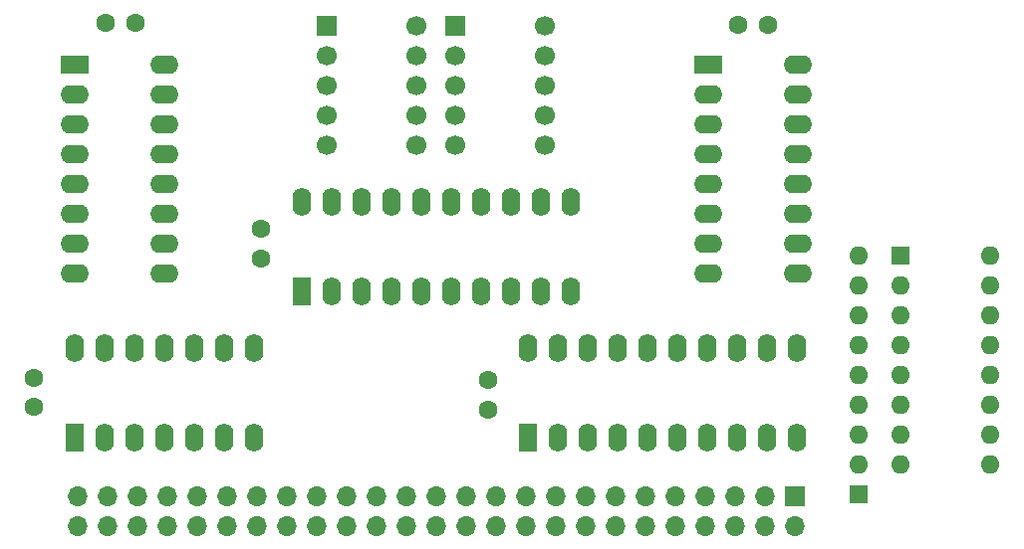
<source format=gts>
G04 #@! TF.GenerationSoftware,KiCad,Pcbnew,(6.0.6)*
G04 #@! TF.CreationDate,2022-12-03T11:10:18+01:00*
G04 #@! TF.ProjectId,z50-7segment,7a35302d-3773-4656-976d-656e742e6b69,rev?*
G04 #@! TF.SameCoordinates,Original*
G04 #@! TF.FileFunction,Soldermask,Top*
G04 #@! TF.FilePolarity,Negative*
%FSLAX46Y46*%
G04 Gerber Fmt 4.6, Leading zero omitted, Abs format (unit mm)*
G04 Created by KiCad (PCBNEW (6.0.6)) date 2022-12-03 11:10:18*
%MOMM*%
%LPD*%
G01*
G04 APERTURE LIST*
%ADD10C,1.600000*%
%ADD11R,2.400000X1.600000*%
%ADD12O,2.400000X1.600000*%
%ADD13R,1.600000X2.400000*%
%ADD14O,1.600000X2.400000*%
%ADD15R,1.700000X1.700000*%
%ADD16C,1.700000*%
%ADD17R,1.600000X1.600000*%
%ADD18O,1.600000X1.600000*%
%ADD19O,1.700000X1.700000*%
G04 APERTURE END LIST*
D10*
X178200000Y-73600000D03*
X175700000Y-73600000D03*
D11*
X173130000Y-76952000D03*
D12*
X173130000Y-79492000D03*
X173130000Y-82032000D03*
X173130000Y-84572000D03*
X173130000Y-87112000D03*
X173130000Y-89652000D03*
X173130000Y-92192000D03*
X173130000Y-94732000D03*
X180750000Y-94732000D03*
X180750000Y-92192000D03*
X180750000Y-89652000D03*
X180750000Y-87112000D03*
X180750000Y-84572000D03*
X180750000Y-82032000D03*
X180750000Y-79492000D03*
X180750000Y-76952000D03*
D13*
X157830000Y-108702000D03*
D14*
X160370000Y-108702000D03*
X162910000Y-108702000D03*
X165450000Y-108702000D03*
X167990000Y-108702000D03*
X170530000Y-108702000D03*
X173070000Y-108702000D03*
X175610000Y-108702000D03*
X178150000Y-108702000D03*
X180690000Y-108702000D03*
X180690000Y-101082000D03*
X178150000Y-101082000D03*
X175610000Y-101082000D03*
X173070000Y-101082000D03*
X170530000Y-101082000D03*
X167990000Y-101082000D03*
X165450000Y-101082000D03*
X162910000Y-101082000D03*
X160370000Y-101082000D03*
X157830000Y-101082000D03*
D15*
X140716000Y-73660000D03*
D16*
X140716000Y-76200000D03*
X140716000Y-78740000D03*
X140716000Y-81280000D03*
X140716000Y-83820000D03*
X148336000Y-83820000D03*
X148336000Y-81280000D03*
X148336000Y-78740000D03*
X148336000Y-76200000D03*
X148336000Y-73660000D03*
D10*
X154475000Y-103825000D03*
X154475000Y-106325000D03*
X135128000Y-93452000D03*
X135128000Y-90952000D03*
D17*
X185928000Y-113538000D03*
D18*
X185928000Y-110998000D03*
X185928000Y-108458000D03*
X185928000Y-105918000D03*
X185928000Y-103378000D03*
X185928000Y-100838000D03*
X185928000Y-98298000D03*
X185928000Y-95758000D03*
X185928000Y-93218000D03*
D15*
X180480000Y-113710000D03*
D19*
X180480000Y-116250000D03*
X177940000Y-113710000D03*
X177940000Y-116250000D03*
X175400000Y-113710000D03*
X175400000Y-116250000D03*
X172860000Y-113710000D03*
X172860000Y-116250000D03*
X170320000Y-113710000D03*
X170320000Y-116250000D03*
X167780000Y-113710000D03*
X167780000Y-116250000D03*
X165240000Y-113710000D03*
X165240000Y-116250000D03*
X162700000Y-113710000D03*
X162700000Y-116250000D03*
X160160000Y-113710000D03*
X160160000Y-116250000D03*
X157620000Y-113710000D03*
X157620000Y-116250000D03*
X155080000Y-113710000D03*
X155080000Y-116250000D03*
X152540000Y-113710000D03*
X152540000Y-116250000D03*
X150000000Y-113710000D03*
X150000000Y-116250000D03*
X147460000Y-113710000D03*
X147460000Y-116250000D03*
X144920000Y-113710000D03*
X144920000Y-116250000D03*
X142380000Y-113710000D03*
X142380000Y-116250000D03*
X139840000Y-113710000D03*
X139840000Y-116250000D03*
X137300000Y-113710000D03*
X137300000Y-116250000D03*
X134760000Y-113710000D03*
X134760000Y-116250000D03*
X132220000Y-113710000D03*
X132220000Y-116250000D03*
X129680000Y-113710000D03*
X129680000Y-116250000D03*
X127140000Y-113710000D03*
X127140000Y-116250000D03*
X124600000Y-113710000D03*
X124600000Y-116250000D03*
X122060000Y-113710000D03*
X122060000Y-116250000D03*
X119520000Y-113710000D03*
X119520000Y-116250000D03*
D13*
X119330000Y-108702000D03*
D14*
X121870000Y-108702000D03*
X124410000Y-108702000D03*
X126950000Y-108702000D03*
X129490000Y-108702000D03*
X132030000Y-108702000D03*
X134570000Y-108702000D03*
X134570000Y-101082000D03*
X132030000Y-101082000D03*
X129490000Y-101082000D03*
X126950000Y-101082000D03*
X124410000Y-101082000D03*
X121870000Y-101082000D03*
X119330000Y-101082000D03*
D10*
X124440000Y-73406000D03*
X121940000Y-73406000D03*
D18*
X197104000Y-93218000D03*
X197104000Y-95758000D03*
X197104000Y-98298000D03*
X197104000Y-100838000D03*
X197104000Y-103378000D03*
X197104000Y-105918000D03*
X197104000Y-108458000D03*
X197104000Y-110998000D03*
X189484000Y-110998000D03*
X189484000Y-108458000D03*
X189484000Y-105918000D03*
X189484000Y-103378000D03*
X189484000Y-100838000D03*
X189484000Y-98298000D03*
X189484000Y-95758000D03*
D17*
X189484000Y-93218000D03*
D13*
X138580000Y-96256000D03*
D14*
X141120000Y-96256000D03*
X143660000Y-96256000D03*
X146200000Y-96256000D03*
X148740000Y-96256000D03*
X151280000Y-96256000D03*
X153820000Y-96256000D03*
X156360000Y-96256000D03*
X158900000Y-96256000D03*
X161440000Y-96256000D03*
X161440000Y-88636000D03*
X158900000Y-88636000D03*
X156360000Y-88636000D03*
X153820000Y-88636000D03*
X151280000Y-88636000D03*
X148740000Y-88636000D03*
X146200000Y-88636000D03*
X143660000Y-88636000D03*
X141120000Y-88636000D03*
X138580000Y-88636000D03*
D10*
X115824000Y-103632000D03*
X115824000Y-106132000D03*
D11*
X119280000Y-76952000D03*
D12*
X119280000Y-79492000D03*
X119280000Y-82032000D03*
X119280000Y-84572000D03*
X119280000Y-87112000D03*
X119280000Y-89652000D03*
X119280000Y-92192000D03*
X119280000Y-94732000D03*
X126900000Y-94732000D03*
X126900000Y-92192000D03*
X126900000Y-89652000D03*
X126900000Y-87112000D03*
X126900000Y-84572000D03*
X126900000Y-82032000D03*
X126900000Y-79492000D03*
X126900000Y-76952000D03*
D15*
X151638000Y-73660000D03*
D16*
X151638000Y-76200000D03*
X151638000Y-78740000D03*
X151638000Y-81280000D03*
X151638000Y-83820000D03*
X159258000Y-83820000D03*
X159258000Y-81280000D03*
X159258000Y-78740000D03*
X159258000Y-76200000D03*
X159258000Y-73660000D03*
M02*

</source>
